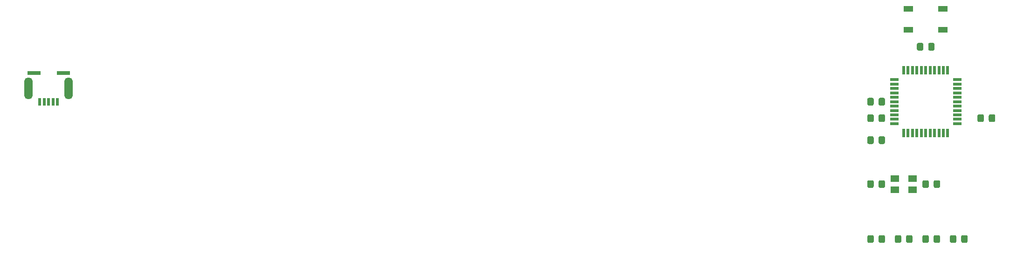
<source format=gbr>
G04 #@! TF.GenerationSoftware,KiCad,Pcbnew,5.1.6-c6e7f7d~86~ubuntu18.04.1*
G04 #@! TF.CreationDate,2020-05-28T23:24:45+02:00*
G04 #@! TF.ProjectId,keyboard-layout,6b657962-6f61-4726-942d-6c61796f7574,rev?*
G04 #@! TF.SameCoordinates,Original*
G04 #@! TF.FileFunction,Paste,Bot*
G04 #@! TF.FilePolarity,Positive*
%FSLAX46Y46*%
G04 Gerber Fmt 4.6, Leading zero omitted, Abs format (unit mm)*
G04 Created by KiCad (PCBNEW 5.1.6-c6e7f7d~86~ubuntu18.04.1) date 2020-05-28 23:24:45*
%MOMM*%
%LPD*%
G01*
G04 APERTURE LIST*
%ADD10R,1.600000X1.300000*%
%ADD11R,1.700000X1.000000*%
%ADD12R,2.350000X0.800000*%
%ADD13R,0.500000X1.400000*%
%ADD14O,1.500000X4.000000*%
%ADD15R,1.500000X0.550000*%
%ADD16R,0.550000X1.500000*%
G04 APERTURE END LIST*
G36*
G01*
X313912500Y-40450001D02*
X313912500Y-39549999D01*
G75*
G02*
X314162499Y-39300000I249999J0D01*
G01*
X314812501Y-39300000D01*
G75*
G02*
X315062500Y-39549999I0J-249999D01*
G01*
X315062500Y-40450001D01*
G75*
G02*
X314812501Y-40700000I-249999J0D01*
G01*
X314162499Y-40700000D01*
G75*
G02*
X313912500Y-40450001I0J249999D01*
G01*
G37*
G36*
G01*
X315962500Y-40450001D02*
X315962500Y-39549999D01*
G75*
G02*
X316212499Y-39300000I249999J0D01*
G01*
X316862501Y-39300000D01*
G75*
G02*
X317112500Y-39549999I0J-249999D01*
G01*
X317112500Y-40450001D01*
G75*
G02*
X316862501Y-40700000I-249999J0D01*
G01*
X316212499Y-40700000D01*
G75*
G02*
X315962500Y-40450001I0J249999D01*
G01*
G37*
G36*
G01*
X323912500Y-40450001D02*
X323912500Y-39549999D01*
G75*
G02*
X324162499Y-39300000I249999J0D01*
G01*
X324812501Y-39300000D01*
G75*
G02*
X325062500Y-39549999I0J-249999D01*
G01*
X325062500Y-40450001D01*
G75*
G02*
X324812501Y-40700000I-249999J0D01*
G01*
X324162499Y-40700000D01*
G75*
G02*
X323912500Y-40450001I0J249999D01*
G01*
G37*
G36*
G01*
X325962500Y-40450001D02*
X325962500Y-39549999D01*
G75*
G02*
X326212499Y-39300000I249999J0D01*
G01*
X326862501Y-39300000D01*
G75*
G02*
X327112500Y-39549999I0J-249999D01*
G01*
X327112500Y-40450001D01*
G75*
G02*
X326862501Y-40700000I-249999J0D01*
G01*
X326212499Y-40700000D01*
G75*
G02*
X325962500Y-40450001I0J249999D01*
G01*
G37*
D10*
X318862500Y-39000000D03*
X322162500Y-39000000D03*
X322162500Y-41000000D03*
X318862500Y-41000000D03*
G36*
G01*
X322912500Y-15450001D02*
X322912500Y-14549999D01*
G75*
G02*
X323162499Y-14300000I249999J0D01*
G01*
X323812501Y-14300000D01*
G75*
G02*
X324062500Y-14549999I0J-249999D01*
G01*
X324062500Y-15450001D01*
G75*
G02*
X323812501Y-15700000I-249999J0D01*
G01*
X323162499Y-15700000D01*
G75*
G02*
X322912500Y-15450001I0J249999D01*
G01*
G37*
G36*
G01*
X324962500Y-15450001D02*
X324962500Y-14549999D01*
G75*
G02*
X325212499Y-14300000I249999J0D01*
G01*
X325862501Y-14300000D01*
G75*
G02*
X326112500Y-14549999I0J-249999D01*
G01*
X326112500Y-15450001D01*
G75*
G02*
X325862501Y-15700000I-249999J0D01*
G01*
X325212499Y-15700000D01*
G75*
G02*
X324962500Y-15450001I0J249999D01*
G01*
G37*
D11*
X321362500Y-11900000D03*
X327662500Y-11900000D03*
X321362500Y-8100000D03*
X327662500Y-8100000D03*
G36*
G01*
X333912500Y-28450001D02*
X333912500Y-27549999D01*
G75*
G02*
X334162499Y-27300000I249999J0D01*
G01*
X334812501Y-27300000D01*
G75*
G02*
X335062500Y-27549999I0J-249999D01*
G01*
X335062500Y-28450001D01*
G75*
G02*
X334812501Y-28700000I-249999J0D01*
G01*
X334162499Y-28700000D01*
G75*
G02*
X333912500Y-28450001I0J249999D01*
G01*
G37*
G36*
G01*
X335962500Y-28450001D02*
X335962500Y-27549999D01*
G75*
G02*
X336212499Y-27300000I249999J0D01*
G01*
X336862501Y-27300000D01*
G75*
G02*
X337112500Y-27549999I0J-249999D01*
G01*
X337112500Y-28450001D01*
G75*
G02*
X336862501Y-28700000I-249999J0D01*
G01*
X336212499Y-28700000D01*
G75*
G02*
X335962500Y-28450001I0J249999D01*
G01*
G37*
G36*
G01*
X313912500Y-28450001D02*
X313912500Y-27549999D01*
G75*
G02*
X314162499Y-27300000I249999J0D01*
G01*
X314812501Y-27300000D01*
G75*
G02*
X315062500Y-27549999I0J-249999D01*
G01*
X315062500Y-28450001D01*
G75*
G02*
X314812501Y-28700000I-249999J0D01*
G01*
X314162499Y-28700000D01*
G75*
G02*
X313912500Y-28450001I0J249999D01*
G01*
G37*
G36*
G01*
X315962500Y-28450001D02*
X315962500Y-27549999D01*
G75*
G02*
X316212499Y-27300000I249999J0D01*
G01*
X316862501Y-27300000D01*
G75*
G02*
X317112500Y-27549999I0J-249999D01*
G01*
X317112500Y-28450001D01*
G75*
G02*
X316862501Y-28700000I-249999J0D01*
G01*
X316212499Y-28700000D01*
G75*
G02*
X315962500Y-28450001I0J249999D01*
G01*
G37*
G36*
G01*
X313912500Y-32450001D02*
X313912500Y-31549999D01*
G75*
G02*
X314162499Y-31300000I249999J0D01*
G01*
X314812501Y-31300000D01*
G75*
G02*
X315062500Y-31549999I0J-249999D01*
G01*
X315062500Y-32450001D01*
G75*
G02*
X314812501Y-32700000I-249999J0D01*
G01*
X314162499Y-32700000D01*
G75*
G02*
X313912500Y-32450001I0J249999D01*
G01*
G37*
G36*
G01*
X315962500Y-32450001D02*
X315962500Y-31549999D01*
G75*
G02*
X316212499Y-31300000I249999J0D01*
G01*
X316862501Y-31300000D01*
G75*
G02*
X317112500Y-31549999I0J-249999D01*
G01*
X317112500Y-32450001D01*
G75*
G02*
X316862501Y-32700000I-249999J0D01*
G01*
X316212499Y-32700000D01*
G75*
G02*
X315962500Y-32450001I0J249999D01*
G01*
G37*
D12*
X167931250Y-19800000D03*
X162581250Y-19800000D03*
D13*
X163656250Y-25000000D03*
X164456250Y-25000000D03*
X165256250Y-25000000D03*
X166056250Y-25000000D03*
X166856250Y-25000000D03*
D14*
X161606250Y-22600000D03*
X168906250Y-22600000D03*
G36*
G01*
X313912500Y-25450001D02*
X313912500Y-24549999D01*
G75*
G02*
X314162499Y-24300000I249999J0D01*
G01*
X314812501Y-24300000D01*
G75*
G02*
X315062500Y-24549999I0J-249999D01*
G01*
X315062500Y-25450001D01*
G75*
G02*
X314812501Y-25700000I-249999J0D01*
G01*
X314162499Y-25700000D01*
G75*
G02*
X313912500Y-25450001I0J249999D01*
G01*
G37*
G36*
G01*
X315962500Y-25450001D02*
X315962500Y-24549999D01*
G75*
G02*
X316212499Y-24300000I249999J0D01*
G01*
X316862501Y-24300000D01*
G75*
G02*
X317112500Y-24549999I0J-249999D01*
G01*
X317112500Y-25450001D01*
G75*
G02*
X316862501Y-25700000I-249999J0D01*
G01*
X316212499Y-25700000D01*
G75*
G02*
X315962500Y-25450001I0J249999D01*
G01*
G37*
D15*
X318812500Y-29000000D03*
X318812500Y-28200000D03*
X318812500Y-27400000D03*
X318812500Y-26600000D03*
X318812500Y-25800000D03*
X318812500Y-25000000D03*
X318812500Y-24200000D03*
X318812500Y-23400000D03*
X318812500Y-22600000D03*
X318812500Y-21800000D03*
X318812500Y-21000000D03*
D16*
X320512500Y-19300000D03*
X321312500Y-19300000D03*
X322112500Y-19300000D03*
X322912500Y-19300000D03*
X323712500Y-19300000D03*
X324512500Y-19300000D03*
X325312500Y-19300000D03*
X326112500Y-19300000D03*
X326912500Y-19300000D03*
X327712500Y-19300000D03*
X328512500Y-19300000D03*
D15*
X330212500Y-21000000D03*
X330212500Y-21800000D03*
X330212500Y-22600000D03*
X330212500Y-23400000D03*
X330212500Y-24200000D03*
X330212500Y-25000000D03*
X330212500Y-25800000D03*
X330212500Y-26600000D03*
X330212500Y-27400000D03*
X330212500Y-28200000D03*
X330212500Y-29000000D03*
D16*
X328512500Y-30700000D03*
X327712500Y-30700000D03*
X326912500Y-30700000D03*
X326112500Y-30700000D03*
X325312500Y-30700000D03*
X324512500Y-30700000D03*
X323712500Y-30700000D03*
X322912500Y-30700000D03*
X322112500Y-30700000D03*
X321312500Y-30700000D03*
X320512500Y-30700000D03*
G36*
G01*
X313912500Y-50450001D02*
X313912500Y-49549999D01*
G75*
G02*
X314162499Y-49300000I249999J0D01*
G01*
X314812501Y-49300000D01*
G75*
G02*
X315062500Y-49549999I0J-249999D01*
G01*
X315062500Y-50450001D01*
G75*
G02*
X314812501Y-50700000I-249999J0D01*
G01*
X314162499Y-50700000D01*
G75*
G02*
X313912500Y-50450001I0J249999D01*
G01*
G37*
G36*
G01*
X315962500Y-50450001D02*
X315962500Y-49549999D01*
G75*
G02*
X316212499Y-49300000I249999J0D01*
G01*
X316862501Y-49300000D01*
G75*
G02*
X317112500Y-49549999I0J-249999D01*
G01*
X317112500Y-50450001D01*
G75*
G02*
X316862501Y-50700000I-249999J0D01*
G01*
X316212499Y-50700000D01*
G75*
G02*
X315962500Y-50450001I0J249999D01*
G01*
G37*
G36*
G01*
X318912500Y-50450001D02*
X318912500Y-49549999D01*
G75*
G02*
X319162499Y-49300000I249999J0D01*
G01*
X319812501Y-49300000D01*
G75*
G02*
X320062500Y-49549999I0J-249999D01*
G01*
X320062500Y-50450001D01*
G75*
G02*
X319812501Y-50700000I-249999J0D01*
G01*
X319162499Y-50700000D01*
G75*
G02*
X318912500Y-50450001I0J249999D01*
G01*
G37*
G36*
G01*
X320962500Y-50450001D02*
X320962500Y-49549999D01*
G75*
G02*
X321212499Y-49300000I249999J0D01*
G01*
X321862501Y-49300000D01*
G75*
G02*
X322112500Y-49549999I0J-249999D01*
G01*
X322112500Y-50450001D01*
G75*
G02*
X321862501Y-50700000I-249999J0D01*
G01*
X321212499Y-50700000D01*
G75*
G02*
X320962500Y-50450001I0J249999D01*
G01*
G37*
G36*
G01*
X323912500Y-50450001D02*
X323912500Y-49549999D01*
G75*
G02*
X324162499Y-49300000I249999J0D01*
G01*
X324812501Y-49300000D01*
G75*
G02*
X325062500Y-49549999I0J-249999D01*
G01*
X325062500Y-50450001D01*
G75*
G02*
X324812501Y-50700000I-249999J0D01*
G01*
X324162499Y-50700000D01*
G75*
G02*
X323912500Y-50450001I0J249999D01*
G01*
G37*
G36*
G01*
X325962500Y-50450001D02*
X325962500Y-49549999D01*
G75*
G02*
X326212499Y-49300000I249999J0D01*
G01*
X326862501Y-49300000D01*
G75*
G02*
X327112500Y-49549999I0J-249999D01*
G01*
X327112500Y-50450001D01*
G75*
G02*
X326862501Y-50700000I-249999J0D01*
G01*
X326212499Y-50700000D01*
G75*
G02*
X325962500Y-50450001I0J249999D01*
G01*
G37*
G36*
G01*
X328912500Y-50450001D02*
X328912500Y-49549999D01*
G75*
G02*
X329162499Y-49300000I249999J0D01*
G01*
X329812501Y-49300000D01*
G75*
G02*
X330062500Y-49549999I0J-249999D01*
G01*
X330062500Y-50450001D01*
G75*
G02*
X329812501Y-50700000I-249999J0D01*
G01*
X329162499Y-50700000D01*
G75*
G02*
X328912500Y-50450001I0J249999D01*
G01*
G37*
G36*
G01*
X330962500Y-50450001D02*
X330962500Y-49549999D01*
G75*
G02*
X331212499Y-49300000I249999J0D01*
G01*
X331862501Y-49300000D01*
G75*
G02*
X332112500Y-49549999I0J-249999D01*
G01*
X332112500Y-50450001D01*
G75*
G02*
X331862501Y-50700000I-249999J0D01*
G01*
X331212499Y-50700000D01*
G75*
G02*
X330962500Y-50450001I0J249999D01*
G01*
G37*
M02*

</source>
